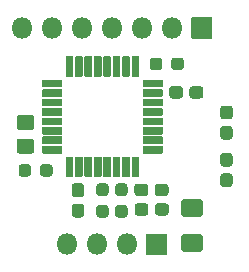
<source format=gts>
G04 #@! TF.GenerationSoftware,KiCad,Pcbnew,(5.1.10)-1*
G04 #@! TF.CreationDate,2021-07-25T13:55:37-07:00*
G04 #@! TF.ProjectId,stat-monitor,73746174-2d6d-46f6-9e69-746f722e6b69,rev?*
G04 #@! TF.SameCoordinates,Original*
G04 #@! TF.FileFunction,Soldermask,Top*
G04 #@! TF.FilePolarity,Negative*
%FSLAX46Y46*%
G04 Gerber Fmt 4.6, Leading zero omitted, Abs format (unit mm)*
G04 Created by KiCad (PCBNEW (5.1.10)-1) date 2021-07-25 13:55:37*
%MOMM*%
%LPD*%
G01*
G04 APERTURE LIST*
%ADD10O,1.800000X1.800000*%
G04 APERTURE END LIST*
D10*
X176990000Y-120300000D03*
X179530000Y-120300000D03*
X182070000Y-120300000D03*
G36*
G01*
X183760000Y-119400000D02*
X185460000Y-119400000D01*
G75*
G02*
X185510000Y-119450000I0J-50000D01*
G01*
X185510000Y-121150000D01*
G75*
G02*
X185460000Y-121200000I-50000J0D01*
G01*
X183760000Y-121200000D01*
G75*
G02*
X183710000Y-121150000I0J50000D01*
G01*
X183710000Y-119450000D01*
G75*
G02*
X183760000Y-119400000I50000J0D01*
G01*
G37*
G36*
G01*
X190237500Y-112569500D02*
X190762500Y-112569500D01*
G75*
G02*
X191025000Y-112832000I0J-262500D01*
G01*
X191025000Y-113482000D01*
G75*
G02*
X190762500Y-113744500I-262500J0D01*
G01*
X190237500Y-113744500D01*
G75*
G02*
X189975000Y-113482000I0J262500D01*
G01*
X189975000Y-112832000D01*
G75*
G02*
X190237500Y-112569500I262500J0D01*
G01*
G37*
G36*
G01*
X190237500Y-114294500D02*
X190762500Y-114294500D01*
G75*
G02*
X191025000Y-114557000I0J-262500D01*
G01*
X191025000Y-115207000D01*
G75*
G02*
X190762500Y-115469500I-262500J0D01*
G01*
X190237500Y-115469500D01*
G75*
G02*
X189975000Y-115207000I0J262500D01*
G01*
X189975000Y-114557000D01*
G75*
G02*
X190237500Y-114294500I262500J0D01*
G01*
G37*
G36*
G01*
X190762500Y-109733500D02*
X190237500Y-109733500D01*
G75*
G02*
X189975000Y-109471000I0J262500D01*
G01*
X189975000Y-108821000D01*
G75*
G02*
X190237500Y-108558500I262500J0D01*
G01*
X190762500Y-108558500D01*
G75*
G02*
X191025000Y-108821000I0J-262500D01*
G01*
X191025000Y-109471000D01*
G75*
G02*
X190762500Y-109733500I-262500J0D01*
G01*
G37*
G36*
G01*
X190762500Y-111458500D02*
X190237500Y-111458500D01*
G75*
G02*
X189975000Y-111196000I0J262500D01*
G01*
X189975000Y-110546000D01*
G75*
G02*
X190237500Y-110283500I262500J0D01*
G01*
X190762500Y-110283500D01*
G75*
G02*
X191025000Y-110546000I0J-262500D01*
G01*
X191025000Y-111196000D01*
G75*
G02*
X190762500Y-111458500I-262500J0D01*
G01*
G37*
G36*
G01*
X177664500Y-116861000D02*
X178189500Y-116861000D01*
G75*
G02*
X178452000Y-117123500I0J-262500D01*
G01*
X178452000Y-117773500D01*
G75*
G02*
X178189500Y-118036000I-262500J0D01*
G01*
X177664500Y-118036000D01*
G75*
G02*
X177402000Y-117773500I0J262500D01*
G01*
X177402000Y-117123500D01*
G75*
G02*
X177664500Y-116861000I262500J0D01*
G01*
G37*
G36*
G01*
X177664500Y-115136000D02*
X178189500Y-115136000D01*
G75*
G02*
X178452000Y-115398500I0J-262500D01*
G01*
X178452000Y-116048500D01*
G75*
G02*
X178189500Y-116311000I-262500J0D01*
G01*
X177664500Y-116311000D01*
G75*
G02*
X177402000Y-116048500I0J262500D01*
G01*
X177402000Y-115398500D01*
G75*
G02*
X177664500Y-115136000I262500J0D01*
G01*
G37*
G36*
G01*
X182700000Y-115959500D02*
X182700000Y-115434500D01*
G75*
G02*
X182962500Y-115172000I262500J0D01*
G01*
X183612500Y-115172000D01*
G75*
G02*
X183875000Y-115434500I0J-262500D01*
G01*
X183875000Y-115959500D01*
G75*
G02*
X183612500Y-116222000I-262500J0D01*
G01*
X182962500Y-116222000D01*
G75*
G02*
X182700000Y-115959500I0J262500D01*
G01*
G37*
G36*
G01*
X184425000Y-115959500D02*
X184425000Y-115434500D01*
G75*
G02*
X184687500Y-115172000I262500J0D01*
G01*
X185337500Y-115172000D01*
G75*
G02*
X185600000Y-115434500I0J-262500D01*
G01*
X185600000Y-115959500D01*
G75*
G02*
X185337500Y-116222000I-262500J0D01*
G01*
X184687500Y-116222000D01*
G75*
G02*
X184425000Y-115959500I0J262500D01*
G01*
G37*
G36*
G01*
X184451500Y-117610500D02*
X184451500Y-117085500D01*
G75*
G02*
X184714000Y-116823000I262500J0D01*
G01*
X185364000Y-116823000D01*
G75*
G02*
X185626500Y-117085500I0J-262500D01*
G01*
X185626500Y-117610500D01*
G75*
G02*
X185364000Y-117873000I-262500J0D01*
G01*
X184714000Y-117873000D01*
G75*
G02*
X184451500Y-117610500I0J262500D01*
G01*
G37*
G36*
G01*
X182726500Y-117610500D02*
X182726500Y-117085500D01*
G75*
G02*
X182989000Y-116823000I262500J0D01*
G01*
X183639000Y-116823000D01*
G75*
G02*
X183901500Y-117085500I0J-262500D01*
G01*
X183901500Y-117610500D01*
G75*
G02*
X183639000Y-117873000I-262500J0D01*
G01*
X182989000Y-117873000D01*
G75*
G02*
X182726500Y-117610500I0J262500D01*
G01*
G37*
G36*
G01*
X185647500Y-107704500D02*
X185647500Y-107179500D01*
G75*
G02*
X185910000Y-106917000I262500J0D01*
G01*
X186560000Y-106917000D01*
G75*
G02*
X186822500Y-107179500I0J-262500D01*
G01*
X186822500Y-107704500D01*
G75*
G02*
X186560000Y-107967000I-262500J0D01*
G01*
X185910000Y-107967000D01*
G75*
G02*
X185647500Y-107704500I0J262500D01*
G01*
G37*
G36*
G01*
X187372500Y-107704500D02*
X187372500Y-107179500D01*
G75*
G02*
X187635000Y-106917000I262500J0D01*
G01*
X188285000Y-106917000D01*
G75*
G02*
X188547500Y-107179500I0J-262500D01*
G01*
X188547500Y-107704500D01*
G75*
G02*
X188285000Y-107967000I-262500J0D01*
G01*
X187635000Y-107967000D01*
G75*
G02*
X187372500Y-107704500I0J262500D01*
G01*
G37*
G36*
G01*
X188236457Y-120958500D02*
X186921543Y-120958500D01*
G75*
G02*
X186654000Y-120690957I0J267543D01*
G01*
X186654000Y-119701043D01*
G75*
G02*
X186921543Y-119433500I267543J0D01*
G01*
X188236457Y-119433500D01*
G75*
G02*
X188504000Y-119701043I0J-267543D01*
G01*
X188504000Y-120690957D01*
G75*
G02*
X188236457Y-120958500I-267543J0D01*
G01*
G37*
G36*
G01*
X188236457Y-117983500D02*
X186921543Y-117983500D01*
G75*
G02*
X186654000Y-117715957I0J267543D01*
G01*
X186654000Y-116726043D01*
G75*
G02*
X186921543Y-116458500I267543J0D01*
G01*
X188236457Y-116458500D01*
G75*
G02*
X188504000Y-116726043I0J-267543D01*
G01*
X188504000Y-117715957D01*
G75*
G02*
X188236457Y-117983500I-267543J0D01*
G01*
G37*
G36*
G01*
X187570000Y-101081000D02*
X189270000Y-101081000D01*
G75*
G02*
X189320000Y-101131000I0J-50000D01*
G01*
X189320000Y-102831000D01*
G75*
G02*
X189270000Y-102881000I-50000J0D01*
G01*
X187570000Y-102881000D01*
G75*
G02*
X187520000Y-102831000I0J50000D01*
G01*
X187520000Y-101131000D01*
G75*
G02*
X187570000Y-101081000I50000J0D01*
G01*
G37*
X185880000Y-101981000D03*
X183340000Y-101981000D03*
X180800000Y-101981000D03*
X178260000Y-101981000D03*
X175720000Y-101981000D03*
X173180000Y-101981000D03*
G36*
G01*
X179737500Y-115150000D02*
X180262500Y-115150000D01*
G75*
G02*
X180525000Y-115412500I0J-262500D01*
G01*
X180525000Y-115962500D01*
G75*
G02*
X180262500Y-116225000I-262500J0D01*
G01*
X179737500Y-116225000D01*
G75*
G02*
X179475000Y-115962500I0J262500D01*
G01*
X179475000Y-115412500D01*
G75*
G02*
X179737500Y-115150000I262500J0D01*
G01*
G37*
G36*
G01*
X179737500Y-116975000D02*
X180262500Y-116975000D01*
G75*
G02*
X180525000Y-117237500I0J-262500D01*
G01*
X180525000Y-117787500D01*
G75*
G02*
X180262500Y-118050000I-262500J0D01*
G01*
X179737500Y-118050000D01*
G75*
G02*
X179475000Y-117787500I0J262500D01*
G01*
X179475000Y-117237500D01*
G75*
G02*
X179737500Y-116975000I262500J0D01*
G01*
G37*
G36*
G01*
X181337500Y-116975000D02*
X181862500Y-116975000D01*
G75*
G02*
X182125000Y-117237500I0J-262500D01*
G01*
X182125000Y-117787500D01*
G75*
G02*
X181862500Y-118050000I-262500J0D01*
G01*
X181337500Y-118050000D01*
G75*
G02*
X181075000Y-117787500I0J262500D01*
G01*
X181075000Y-117237500D01*
G75*
G02*
X181337500Y-116975000I262500J0D01*
G01*
G37*
G36*
G01*
X181337500Y-115150000D02*
X181862500Y-115150000D01*
G75*
G02*
X182125000Y-115412500I0J-262500D01*
G01*
X182125000Y-115962500D01*
G75*
G02*
X181862500Y-116225000I-262500J0D01*
G01*
X181337500Y-116225000D01*
G75*
G02*
X181075000Y-115962500I0J262500D01*
G01*
X181075000Y-115412500D01*
G75*
G02*
X181337500Y-115150000I262500J0D01*
G01*
G37*
G36*
G01*
X172897500Y-114308500D02*
X172897500Y-113783500D01*
G75*
G02*
X173160000Y-113521000I262500J0D01*
G01*
X173710000Y-113521000D01*
G75*
G02*
X173972500Y-113783500I0J-262500D01*
G01*
X173972500Y-114308500D01*
G75*
G02*
X173710000Y-114571000I-262500J0D01*
G01*
X173160000Y-114571000D01*
G75*
G02*
X172897500Y-114308500I0J262500D01*
G01*
G37*
G36*
G01*
X174722500Y-114308500D02*
X174722500Y-113783500D01*
G75*
G02*
X174985000Y-113521000I262500J0D01*
G01*
X175535000Y-113521000D01*
G75*
G02*
X175797500Y-113783500I0J-262500D01*
G01*
X175797500Y-114308500D01*
G75*
G02*
X175535000Y-114571000I-262500J0D01*
G01*
X174985000Y-114571000D01*
G75*
G02*
X174722500Y-114308500I0J262500D01*
G01*
G37*
G36*
G01*
X185068500Y-104766500D02*
X185068500Y-105291500D01*
G75*
G02*
X184806000Y-105554000I-262500J0D01*
G01*
X184256000Y-105554000D01*
G75*
G02*
X183993500Y-105291500I0J262500D01*
G01*
X183993500Y-104766500D01*
G75*
G02*
X184256000Y-104504000I262500J0D01*
G01*
X184806000Y-104504000D01*
G75*
G02*
X185068500Y-104766500I0J-262500D01*
G01*
G37*
G36*
G01*
X186893500Y-104766500D02*
X186893500Y-105291500D01*
G75*
G02*
X186631000Y-105554000I-262500J0D01*
G01*
X186081000Y-105554000D01*
G75*
G02*
X185818500Y-105291500I0J262500D01*
G01*
X185818500Y-104766500D01*
G75*
G02*
X186081000Y-104504000I262500J0D01*
G01*
X186631000Y-104504000D01*
G75*
G02*
X186893500Y-104766500I0J-262500D01*
G01*
G37*
G36*
G01*
X173002832Y-109348000D02*
X173961168Y-109348000D01*
G75*
G02*
X174232000Y-109618832I0J-270832D01*
G01*
X174232000Y-110377168D01*
G75*
G02*
X173961168Y-110648000I-270832J0D01*
G01*
X173002832Y-110648000D01*
G75*
G02*
X172732000Y-110377168I0J270832D01*
G01*
X172732000Y-109618832D01*
G75*
G02*
X173002832Y-109348000I270832J0D01*
G01*
G37*
G36*
G01*
X173002832Y-111348000D02*
X173961168Y-111348000D01*
G75*
G02*
X174232000Y-111618832I0J-270832D01*
G01*
X174232000Y-112377168D01*
G75*
G02*
X173961168Y-112648000I-270832J0D01*
G01*
X173002832Y-112648000D01*
G75*
G02*
X172732000Y-112377168I0J270832D01*
G01*
X172732000Y-111618832D01*
G75*
G02*
X173002832Y-111348000I270832J0D01*
G01*
G37*
G36*
G01*
X185100000Y-112025000D02*
X185100000Y-112575000D01*
G75*
G02*
X185050000Y-112625000I-50000J0D01*
G01*
X183450000Y-112625000D01*
G75*
G02*
X183400000Y-112575000I0J50000D01*
G01*
X183400000Y-112025000D01*
G75*
G02*
X183450000Y-111975000I50000J0D01*
G01*
X185050000Y-111975000D01*
G75*
G02*
X185100000Y-112025000I0J-50000D01*
G01*
G37*
G36*
G01*
X185100000Y-111225000D02*
X185100000Y-111775000D01*
G75*
G02*
X185050000Y-111825000I-50000J0D01*
G01*
X183450000Y-111825000D01*
G75*
G02*
X183400000Y-111775000I0J50000D01*
G01*
X183400000Y-111225000D01*
G75*
G02*
X183450000Y-111175000I50000J0D01*
G01*
X185050000Y-111175000D01*
G75*
G02*
X185100000Y-111225000I0J-50000D01*
G01*
G37*
G36*
G01*
X185100000Y-110425000D02*
X185100000Y-110975000D01*
G75*
G02*
X185050000Y-111025000I-50000J0D01*
G01*
X183450000Y-111025000D01*
G75*
G02*
X183400000Y-110975000I0J50000D01*
G01*
X183400000Y-110425000D01*
G75*
G02*
X183450000Y-110375000I50000J0D01*
G01*
X185050000Y-110375000D01*
G75*
G02*
X185100000Y-110425000I0J-50000D01*
G01*
G37*
G36*
G01*
X185100000Y-109625000D02*
X185100000Y-110175000D01*
G75*
G02*
X185050000Y-110225000I-50000J0D01*
G01*
X183450000Y-110225000D01*
G75*
G02*
X183400000Y-110175000I0J50000D01*
G01*
X183400000Y-109625000D01*
G75*
G02*
X183450000Y-109575000I50000J0D01*
G01*
X185050000Y-109575000D01*
G75*
G02*
X185100000Y-109625000I0J-50000D01*
G01*
G37*
G36*
G01*
X185100000Y-108825000D02*
X185100000Y-109375000D01*
G75*
G02*
X185050000Y-109425000I-50000J0D01*
G01*
X183450000Y-109425000D01*
G75*
G02*
X183400000Y-109375000I0J50000D01*
G01*
X183400000Y-108825000D01*
G75*
G02*
X183450000Y-108775000I50000J0D01*
G01*
X185050000Y-108775000D01*
G75*
G02*
X185100000Y-108825000I0J-50000D01*
G01*
G37*
G36*
G01*
X185100000Y-108025000D02*
X185100000Y-108575000D01*
G75*
G02*
X185050000Y-108625000I-50000J0D01*
G01*
X183450000Y-108625000D01*
G75*
G02*
X183400000Y-108575000I0J50000D01*
G01*
X183400000Y-108025000D01*
G75*
G02*
X183450000Y-107975000I50000J0D01*
G01*
X185050000Y-107975000D01*
G75*
G02*
X185100000Y-108025000I0J-50000D01*
G01*
G37*
G36*
G01*
X185100000Y-107225000D02*
X185100000Y-107775000D01*
G75*
G02*
X185050000Y-107825000I-50000J0D01*
G01*
X183450000Y-107825000D01*
G75*
G02*
X183400000Y-107775000I0J50000D01*
G01*
X183400000Y-107225000D01*
G75*
G02*
X183450000Y-107175000I50000J0D01*
G01*
X185050000Y-107175000D01*
G75*
G02*
X185100000Y-107225000I0J-50000D01*
G01*
G37*
G36*
G01*
X185100000Y-106425000D02*
X185100000Y-106975000D01*
G75*
G02*
X185050000Y-107025000I-50000J0D01*
G01*
X183450000Y-107025000D01*
G75*
G02*
X183400000Y-106975000I0J50000D01*
G01*
X183400000Y-106425000D01*
G75*
G02*
X183450000Y-106375000I50000J0D01*
G01*
X185050000Y-106375000D01*
G75*
G02*
X185100000Y-106425000I0J-50000D01*
G01*
G37*
G36*
G01*
X182525000Y-104400000D02*
X183075000Y-104400000D01*
G75*
G02*
X183125000Y-104450000I0J-50000D01*
G01*
X183125000Y-106050000D01*
G75*
G02*
X183075000Y-106100000I-50000J0D01*
G01*
X182525000Y-106100000D01*
G75*
G02*
X182475000Y-106050000I0J50000D01*
G01*
X182475000Y-104450000D01*
G75*
G02*
X182525000Y-104400000I50000J0D01*
G01*
G37*
G36*
G01*
X181725000Y-104400000D02*
X182275000Y-104400000D01*
G75*
G02*
X182325000Y-104450000I0J-50000D01*
G01*
X182325000Y-106050000D01*
G75*
G02*
X182275000Y-106100000I-50000J0D01*
G01*
X181725000Y-106100000D01*
G75*
G02*
X181675000Y-106050000I0J50000D01*
G01*
X181675000Y-104450000D01*
G75*
G02*
X181725000Y-104400000I50000J0D01*
G01*
G37*
G36*
G01*
X180925000Y-104400000D02*
X181475000Y-104400000D01*
G75*
G02*
X181525000Y-104450000I0J-50000D01*
G01*
X181525000Y-106050000D01*
G75*
G02*
X181475000Y-106100000I-50000J0D01*
G01*
X180925000Y-106100000D01*
G75*
G02*
X180875000Y-106050000I0J50000D01*
G01*
X180875000Y-104450000D01*
G75*
G02*
X180925000Y-104400000I50000J0D01*
G01*
G37*
G36*
G01*
X180125000Y-104400000D02*
X180675000Y-104400000D01*
G75*
G02*
X180725000Y-104450000I0J-50000D01*
G01*
X180725000Y-106050000D01*
G75*
G02*
X180675000Y-106100000I-50000J0D01*
G01*
X180125000Y-106100000D01*
G75*
G02*
X180075000Y-106050000I0J50000D01*
G01*
X180075000Y-104450000D01*
G75*
G02*
X180125000Y-104400000I50000J0D01*
G01*
G37*
G36*
G01*
X179325000Y-104400000D02*
X179875000Y-104400000D01*
G75*
G02*
X179925000Y-104450000I0J-50000D01*
G01*
X179925000Y-106050000D01*
G75*
G02*
X179875000Y-106100000I-50000J0D01*
G01*
X179325000Y-106100000D01*
G75*
G02*
X179275000Y-106050000I0J50000D01*
G01*
X179275000Y-104450000D01*
G75*
G02*
X179325000Y-104400000I50000J0D01*
G01*
G37*
G36*
G01*
X178525000Y-104400000D02*
X179075000Y-104400000D01*
G75*
G02*
X179125000Y-104450000I0J-50000D01*
G01*
X179125000Y-106050000D01*
G75*
G02*
X179075000Y-106100000I-50000J0D01*
G01*
X178525000Y-106100000D01*
G75*
G02*
X178475000Y-106050000I0J50000D01*
G01*
X178475000Y-104450000D01*
G75*
G02*
X178525000Y-104400000I50000J0D01*
G01*
G37*
G36*
G01*
X177725000Y-104400000D02*
X178275000Y-104400000D01*
G75*
G02*
X178325000Y-104450000I0J-50000D01*
G01*
X178325000Y-106050000D01*
G75*
G02*
X178275000Y-106100000I-50000J0D01*
G01*
X177725000Y-106100000D01*
G75*
G02*
X177675000Y-106050000I0J50000D01*
G01*
X177675000Y-104450000D01*
G75*
G02*
X177725000Y-104400000I50000J0D01*
G01*
G37*
G36*
G01*
X176925000Y-104400000D02*
X177475000Y-104400000D01*
G75*
G02*
X177525000Y-104450000I0J-50000D01*
G01*
X177525000Y-106050000D01*
G75*
G02*
X177475000Y-106100000I-50000J0D01*
G01*
X176925000Y-106100000D01*
G75*
G02*
X176875000Y-106050000I0J50000D01*
G01*
X176875000Y-104450000D01*
G75*
G02*
X176925000Y-104400000I50000J0D01*
G01*
G37*
G36*
G01*
X176600000Y-106425000D02*
X176600000Y-106975000D01*
G75*
G02*
X176550000Y-107025000I-50000J0D01*
G01*
X174950000Y-107025000D01*
G75*
G02*
X174900000Y-106975000I0J50000D01*
G01*
X174900000Y-106425000D01*
G75*
G02*
X174950000Y-106375000I50000J0D01*
G01*
X176550000Y-106375000D01*
G75*
G02*
X176600000Y-106425000I0J-50000D01*
G01*
G37*
G36*
G01*
X176600000Y-107225000D02*
X176600000Y-107775000D01*
G75*
G02*
X176550000Y-107825000I-50000J0D01*
G01*
X174950000Y-107825000D01*
G75*
G02*
X174900000Y-107775000I0J50000D01*
G01*
X174900000Y-107225000D01*
G75*
G02*
X174950000Y-107175000I50000J0D01*
G01*
X176550000Y-107175000D01*
G75*
G02*
X176600000Y-107225000I0J-50000D01*
G01*
G37*
G36*
G01*
X176600000Y-108025000D02*
X176600000Y-108575000D01*
G75*
G02*
X176550000Y-108625000I-50000J0D01*
G01*
X174950000Y-108625000D01*
G75*
G02*
X174900000Y-108575000I0J50000D01*
G01*
X174900000Y-108025000D01*
G75*
G02*
X174950000Y-107975000I50000J0D01*
G01*
X176550000Y-107975000D01*
G75*
G02*
X176600000Y-108025000I0J-50000D01*
G01*
G37*
G36*
G01*
X176600000Y-108825000D02*
X176600000Y-109375000D01*
G75*
G02*
X176550000Y-109425000I-50000J0D01*
G01*
X174950000Y-109425000D01*
G75*
G02*
X174900000Y-109375000I0J50000D01*
G01*
X174900000Y-108825000D01*
G75*
G02*
X174950000Y-108775000I50000J0D01*
G01*
X176550000Y-108775000D01*
G75*
G02*
X176600000Y-108825000I0J-50000D01*
G01*
G37*
G36*
G01*
X176600000Y-109625000D02*
X176600000Y-110175000D01*
G75*
G02*
X176550000Y-110225000I-50000J0D01*
G01*
X174950000Y-110225000D01*
G75*
G02*
X174900000Y-110175000I0J50000D01*
G01*
X174900000Y-109625000D01*
G75*
G02*
X174950000Y-109575000I50000J0D01*
G01*
X176550000Y-109575000D01*
G75*
G02*
X176600000Y-109625000I0J-50000D01*
G01*
G37*
G36*
G01*
X176600000Y-110425000D02*
X176600000Y-110975000D01*
G75*
G02*
X176550000Y-111025000I-50000J0D01*
G01*
X174950000Y-111025000D01*
G75*
G02*
X174900000Y-110975000I0J50000D01*
G01*
X174900000Y-110425000D01*
G75*
G02*
X174950000Y-110375000I50000J0D01*
G01*
X176550000Y-110375000D01*
G75*
G02*
X176600000Y-110425000I0J-50000D01*
G01*
G37*
G36*
G01*
X176600000Y-111225000D02*
X176600000Y-111775000D01*
G75*
G02*
X176550000Y-111825000I-50000J0D01*
G01*
X174950000Y-111825000D01*
G75*
G02*
X174900000Y-111775000I0J50000D01*
G01*
X174900000Y-111225000D01*
G75*
G02*
X174950000Y-111175000I50000J0D01*
G01*
X176550000Y-111175000D01*
G75*
G02*
X176600000Y-111225000I0J-50000D01*
G01*
G37*
G36*
G01*
X176600000Y-112025000D02*
X176600000Y-112575000D01*
G75*
G02*
X176550000Y-112625000I-50000J0D01*
G01*
X174950000Y-112625000D01*
G75*
G02*
X174900000Y-112575000I0J50000D01*
G01*
X174900000Y-112025000D01*
G75*
G02*
X174950000Y-111975000I50000J0D01*
G01*
X176550000Y-111975000D01*
G75*
G02*
X176600000Y-112025000I0J-50000D01*
G01*
G37*
G36*
G01*
X176925000Y-112900000D02*
X177475000Y-112900000D01*
G75*
G02*
X177525000Y-112950000I0J-50000D01*
G01*
X177525000Y-114550000D01*
G75*
G02*
X177475000Y-114600000I-50000J0D01*
G01*
X176925000Y-114600000D01*
G75*
G02*
X176875000Y-114550000I0J50000D01*
G01*
X176875000Y-112950000D01*
G75*
G02*
X176925000Y-112900000I50000J0D01*
G01*
G37*
G36*
G01*
X177725000Y-112900000D02*
X178275000Y-112900000D01*
G75*
G02*
X178325000Y-112950000I0J-50000D01*
G01*
X178325000Y-114550000D01*
G75*
G02*
X178275000Y-114600000I-50000J0D01*
G01*
X177725000Y-114600000D01*
G75*
G02*
X177675000Y-114550000I0J50000D01*
G01*
X177675000Y-112950000D01*
G75*
G02*
X177725000Y-112900000I50000J0D01*
G01*
G37*
G36*
G01*
X178525000Y-112900000D02*
X179075000Y-112900000D01*
G75*
G02*
X179125000Y-112950000I0J-50000D01*
G01*
X179125000Y-114550000D01*
G75*
G02*
X179075000Y-114600000I-50000J0D01*
G01*
X178525000Y-114600000D01*
G75*
G02*
X178475000Y-114550000I0J50000D01*
G01*
X178475000Y-112950000D01*
G75*
G02*
X178525000Y-112900000I50000J0D01*
G01*
G37*
G36*
G01*
X179325000Y-112900000D02*
X179875000Y-112900000D01*
G75*
G02*
X179925000Y-112950000I0J-50000D01*
G01*
X179925000Y-114550000D01*
G75*
G02*
X179875000Y-114600000I-50000J0D01*
G01*
X179325000Y-114600000D01*
G75*
G02*
X179275000Y-114550000I0J50000D01*
G01*
X179275000Y-112950000D01*
G75*
G02*
X179325000Y-112900000I50000J0D01*
G01*
G37*
G36*
G01*
X180125000Y-112900000D02*
X180675000Y-112900000D01*
G75*
G02*
X180725000Y-112950000I0J-50000D01*
G01*
X180725000Y-114550000D01*
G75*
G02*
X180675000Y-114600000I-50000J0D01*
G01*
X180125000Y-114600000D01*
G75*
G02*
X180075000Y-114550000I0J50000D01*
G01*
X180075000Y-112950000D01*
G75*
G02*
X180125000Y-112900000I50000J0D01*
G01*
G37*
G36*
G01*
X180925000Y-112900000D02*
X181475000Y-112900000D01*
G75*
G02*
X181525000Y-112950000I0J-50000D01*
G01*
X181525000Y-114550000D01*
G75*
G02*
X181475000Y-114600000I-50000J0D01*
G01*
X180925000Y-114600000D01*
G75*
G02*
X180875000Y-114550000I0J50000D01*
G01*
X180875000Y-112950000D01*
G75*
G02*
X180925000Y-112900000I50000J0D01*
G01*
G37*
G36*
G01*
X181725000Y-112900000D02*
X182275000Y-112900000D01*
G75*
G02*
X182325000Y-112950000I0J-50000D01*
G01*
X182325000Y-114550000D01*
G75*
G02*
X182275000Y-114600000I-50000J0D01*
G01*
X181725000Y-114600000D01*
G75*
G02*
X181675000Y-114550000I0J50000D01*
G01*
X181675000Y-112950000D01*
G75*
G02*
X181725000Y-112900000I50000J0D01*
G01*
G37*
G36*
G01*
X182525000Y-112900000D02*
X183075000Y-112900000D01*
G75*
G02*
X183125000Y-112950000I0J-50000D01*
G01*
X183125000Y-114550000D01*
G75*
G02*
X183075000Y-114600000I-50000J0D01*
G01*
X182525000Y-114600000D01*
G75*
G02*
X182475000Y-114550000I0J50000D01*
G01*
X182475000Y-112950000D01*
G75*
G02*
X182525000Y-112900000I50000J0D01*
G01*
G37*
M02*

</source>
